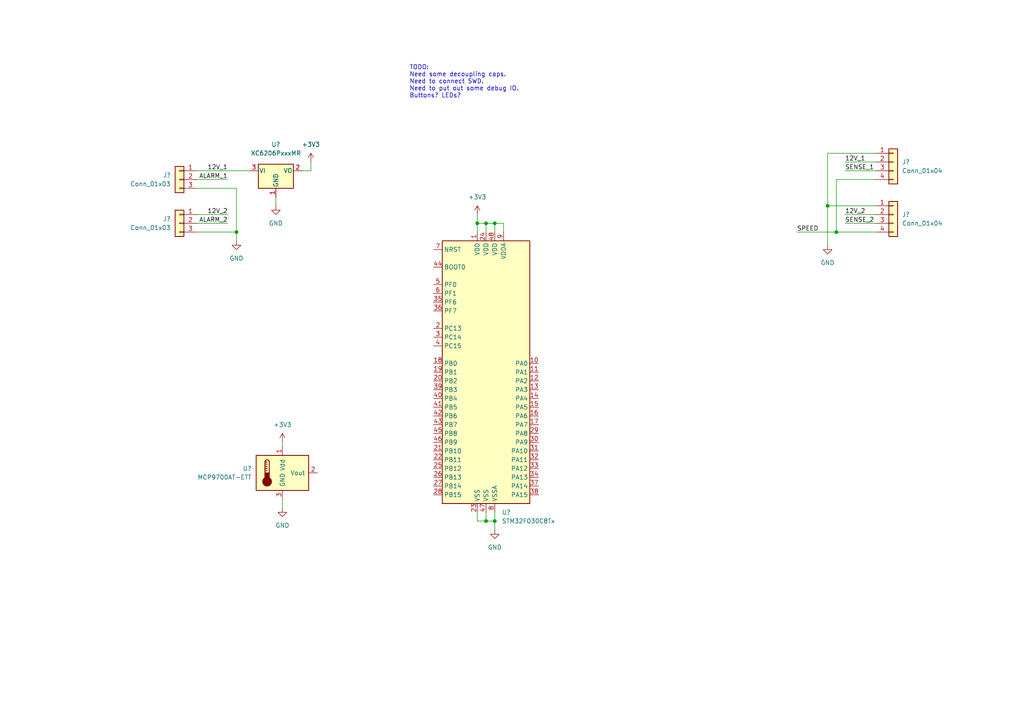
<source format=kicad_sch>
(kicad_sch (version 20211123) (generator eeschema)
  (paper "A4")
  (lib_symbols
    (symbol "Connector_Generic:Conn_01x03" (pin_names (offset 1.016) hide)
      (property "Reference" "J" (at 0 5.08 0))
      (property "Value" "Conn_01x03" (at 0 -5.08 0))
      (symbol "Conn_01x03_1_1"
        (rectangle (start -1.27 -2.413) (end 0 -2.667) (stroke (width 0.1524)))
        (rectangle (start -1.27 0.127) (end 0 -0.127) (stroke (width 0.1524)))
        (rectangle (start -1.27 2.667) (end 0 2.413) (stroke (width 0.1524)))
        (rectangle (start -1.27 3.81) (end 1.27 -3.81) (stroke (width 0.254)) (fill (type background)))
        (pin passive line (at -5.08 2.54 0) (length 3.81) (name "Pin_1") (number "1"))
        (pin passive line (at -5.08 0 0) (length 3.81) (name "Pin_2") (number "2"))
        (pin passive line (at -5.08 -2.54 0) (length 3.81) (name "Pin_3") (number "3"))
      )
    )
    (symbol "Connector_Generic:Conn_01x04" (pin_names (offset 1.016) hide)
      (property "Reference" "J" (at 0 5.08 0))
      (property "Value" "Conn_01x04" (at 0 -7.62 0))
      (symbol "Conn_01x04_1_1"
        (rectangle (start -1.27 -4.953) (end 0 -5.207) (stroke (width 0.1524)))
        (rectangle (start -1.27 -2.413) (end 0 -2.667) (stroke (width 0.1524)))
        (rectangle (start -1.27 0.127) (end 0 -0.127) (stroke (width 0.1524)))
        (rectangle (start -1.27 2.667) (end 0 2.413) (stroke (width 0.1524)))
        (rectangle (start -1.27 3.81) (end 1.27 -6.35) (stroke (width 0.254)) (fill (type background)))
        (pin passive line (at -5.08 2.54 0) (length 3.81) (name "Pin_1") (number "1"))
        (pin passive line (at -5.08 0 0) (length 3.81) (name "Pin_2") (number "2"))
        (pin passive line (at -5.08 -2.54 0) (length 3.81) (name "Pin_3") (number "3"))
        (pin passive line (at -5.08 -5.08 0) (length 3.81) (name "Pin_4") (number "4"))
      )
    )
    (symbol "MCU_ST_STM32F0:STM32F030C8Tx"
      (property "Reference" "U" (at -12.7 39.37 0))
      (property "Value" "STM32F030C8Tx" (at 7.62 39.37 0))
      (symbol "STM32F030C8Tx_0_1"
        (rectangle (start -12.7 -38.1) (end 12.7 38.1) (stroke (width 0.254)) (fill (type background)))
      )
      (symbol "STM32F030C8Tx_1_1"
        (pin power_in line (at -2.54 40.64 270) (length 2.54) (name "VDD") (number "1"))
        (pin bidirectional line (at 15.24 2.54 180) (length 2.54) (name "PA0") (number "10"))
        (pin bidirectional line (at 15.24 0 180) (length 2.54) (name "PA1") (number "11"))
        (pin bidirectional line (at 15.24 -2.54 180) (length 2.54) (name "PA2") (number "12"))
        (pin bidirectional line (at 15.24 -5.08 180) (length 2.54) (name "PA3") (number "13"))
        (pin bidirectional line (at 15.24 -7.62 180) (length 2.54) (name "PA4") (number "14"))
        (pin bidirectional line (at 15.24 -10.16 180) (length 2.54) (name "PA5") (number "15"))
        (pin bidirectional line (at 15.24 -12.7 180) (length 2.54) (name "PA6") (number "16"))
        (pin bidirectional line (at 15.24 -15.24 180) (length 2.54) (name "PA7") (number "17"))
        (pin bidirectional line (at -15.24 2.54 0) (length 2.54) (name "PB0") (number "18"))
        (pin bidirectional line (at -15.24 0 0) (length 2.54) (name "PB1") (number "19"))
        (pin bidirectional line (at -15.24 12.7 0) (length 2.54) (name "PC13") (number "2"))
        (pin bidirectional line (at -15.24 -2.54 0) (length 2.54) (name "PB2") (number "20"))
        (pin bidirectional line (at -15.24 -22.86 0) (length 2.54) (name "PB10") (number "21"))
        (pin bidirectional line (at -15.24 -25.4 0) (length 2.54) (name "PB11") (number "22"))
        (pin power_in line (at -2.54 -40.64 90) (length 2.54) (name "VSS") (number "23"))
        (pin power_in line (at 0 40.64 270) (length 2.54) (name "VDD") (number "24"))
        (pin bidirectional line (at -15.24 -27.94 0) (length 2.54) (name "PB12") (number "25"))
        (pin bidirectional line (at -15.24 -30.48 0) (length 2.54) (name "PB13") (number "26"))
        (pin bidirectional line (at -15.24 -33.02 0) (length 2.54) (name "PB14") (number "27"))
        (pin bidirectional line (at -15.24 -35.56 0) (length 2.54) (name "PB15") (number "28"))
        (pin bidirectional line (at 15.24 -17.78 180) (length 2.54) (name "PA8") (number "29"))
        (pin bidirectional line (at -15.24 10.16 0) (length 2.54) (name "PC14") (number "3"))
        (pin bidirectional line (at 15.24 -20.32 180) (length 2.54) (name "PA9") (number "30"))
        (pin bidirectional line (at 15.24 -22.86 180) (length 2.54) (name "PA10") (number "31"))
        (pin bidirectional line (at 15.24 -25.4 180) (length 2.54) (name "PA11") (number "32"))
        (pin bidirectional line (at 15.24 -27.94 180) (length 2.54) (name "PA12") (number "33"))
        (pin bidirectional line (at 15.24 -30.48 180) (length 2.54) (name "PA13") (number "34"))
        (pin bidirectional line (at -15.24 20.32 0) (length 2.54) (name "PF6") (number "35"))
        (pin bidirectional line (at -15.24 17.78 0) (length 2.54) (name "PF7") (number "36"))
        (pin bidirectional line (at 15.24 -33.02 180) (length 2.54) (name "PA14") (number "37"))
        (pin bidirectional line (at 15.24 -35.56 180) (length 2.54) (name "PA15") (number "38"))
        (pin bidirectional line (at -15.24 -5.08 0) (length 2.54) (name "PB3") (number "39"))
        (pin bidirectional line (at -15.24 7.62 0) (length 2.54) (name "PC15") (number "4"))
        (pin bidirectional line (at -15.24 -7.62 0) (length 2.54) (name "PB4") (number "40"))
        (pin bidirectional line (at -15.24 -10.16 0) (length 2.54) (name "PB5") (number "41"))
        (pin bidirectional line (at -15.24 -12.7 0) (length 2.54) (name "PB6") (number "42"))
        (pin bidirectional line (at -15.24 -15.24 0) (length 2.54) (name "PB7") (number "43"))
        (pin input line (at -15.24 30.48 0) (length 2.54) (name "BOOT0") (number "44"))
        (pin bidirectional line (at -15.24 -17.78 0) (length 2.54) (name "PB8") (number "45"))
        (pin bidirectional line (at -15.24 -20.32 0) (length 2.54) (name "PB9") (number "46"))
        (pin power_in line (at 0 -40.64 90) (length 2.54) (name "VSS") (number "47"))
        (pin power_in line (at 2.54 40.64 270) (length 2.54) (name "VDD") (number "48"))
        (pin input line (at -15.24 25.4 0) (length 2.54) (name "PF0") (number "5"))
        (pin input line (at -15.24 22.86 0) (length 2.54) (name "PF1") (number "6"))
        (pin input line (at -15.24 35.56 0) (length 2.54) (name "NRST") (number "7"))
        (pin power_in line (at 2.54 -40.64 90) (length 2.54) (name "VSSA") (number "8"))
        (pin power_in line (at 5.08 40.64 270) (length 2.54) (name "VDDA") (number "9"))
      )
    )
    (symbol "Regulator_Linear:XC6206PxxxMR" (pin_names (offset 0.254))
      (property "Reference" "U" (at -3.81 3.175 0))
      (property "Value" "XC6206PxxxMR" (at 0 3.175 0))
      (symbol "XC6206PxxxMR_0_1"
        (rectangle (start -5.08 1.905) (end 5.08 -5.08) (stroke (width 0.254)) (fill (type background)))
      )
      (symbol "XC6206PxxxMR_1_1"
        (pin power_in line (at 0 -7.62 90) (length 2.54) (name "GND") (number "1"))
        (pin power_out line (at 7.62 0 180) (length 2.54) (name "VO") (number "2"))
        (pin power_in line (at -7.62 0 0) (length 2.54) (name "VI") (number "3"))
      )
    )
    (symbol "Sensor_Temperature:MCP9700AT-ETT" (pin_names (offset 1.016))
      (property "Reference" "U" (at -6.35 6.35 0))
      (property "Value" "MCP9700AT-ETT" (at 1.27 6.35 0))
      (symbol "MCP9700AT-ETT_0_1"
        (rectangle (start -7.62 5.08) (end 7.62 -5.08) (stroke (width 0.254)) (fill (type background)))
        (circle (center -4.445 -2.54) (radius 1.27) (stroke (width 0.254)) (fill (type outline)))
        (rectangle (start -3.81 -1.905) (end -5.08 0) (stroke (width 0.254)) (fill (type outline)))
        (arc (start -3.81 3.175) (mid -4.445 3.81) (end -5.08 3.175) (stroke (width 0.254)))
        (polyline (pts (xy -5.08 0.635) (xy -4.445 0.635)) (stroke (width 0.254)))
        (polyline (pts (xy -5.08 1.27) (xy -4.445 1.27)) (stroke (width 0.254)))
        (polyline (pts (xy -5.08 1.905) (xy -4.445 1.905)) (stroke (width 0.254)))
        (polyline (pts (xy -5.08 2.54) (xy -4.445 2.54)) (stroke (width 0.254)))
        (polyline (pts (xy -5.08 3.175) (xy -5.08 0)) (stroke (width 0.254)))
        (polyline (pts (xy -5.08 3.175) (xy -4.445 3.175)) (stroke (width 0.254)))
        (polyline (pts (xy -3.81 3.175) (xy -3.81 0)) (stroke (width 0.254)))
      )
      (symbol "MCP9700AT-ETT_1_1"
        (pin power_in line (at 0 7.62 270) (length 2.54) (name "Vdd") (number "1"))
        (pin output line (at 10.16 0 180) (length 2.54) (name "Vout") (number "2"))
        (pin power_in line (at 0 -7.62 90) (length 2.54) (name "GND") (number "3"))
      )
    )
    (symbol "power:+3V3" (power) (pin_names (offset 0))
      (property "Value" "+3V3" (at 0 3.556 0))
      (symbol "+3V3_0_1"
        (polyline (pts (xy -0.762 1.27) (xy 0 2.54)))
        (polyline (pts (xy 0 0) (xy 0 2.54)))
        (polyline (pts (xy 0 2.54) (xy 0.762 1.27)))
      )
      (symbol "+3V3_1_1"
        (pin power_in line (at 0 0 90) (length 0) hide (name "+3V3") (number "1"))
      )
    )
    (symbol "power:GND" (power) (pin_names (offset 0))
      (property "Value" "GND" (at 0 -3.81 0))
      (symbol "GND_0_1"
        (polyline (pts (xy 0 0) (xy 0 -1.27) (xy 1.27 -1.27) (xy 0 -2.54) (xy -1.27 -1.27) (xy 0 -1.27)))
      )
      (symbol "GND_1_1"
        (pin power_in line (at 0 0 270) (length 0) hide (name "GND") (number "1"))
      )
    )
  )
  (junction (at 143.51 64.77))
  (junction (at 140.97 151.13))
  (junction (at 143.51 151.13))
  (junction (at 68.58 67.31))
  (junction (at 242.57 67.31))
  (junction (at 140.97 64.77))
  (junction (at 240.03 59.69))
  (junction (at 138.43 64.77))
  (wire (pts (xy 140.97 148.59) (xy 140.97 151.13)))
  (wire (pts (xy 245.11 62.23) (xy 254 62.23)))
  (wire (pts (xy 140.97 151.13) (xy 143.51 151.13)))
  (wire (pts (xy 57.15 49.53) (xy 72.39 49.53)))
  (wire (pts (xy 68.58 54.61) (xy 68.58 67.31)))
  (wire (pts (xy 68.58 67.31) (xy 68.58 69.85)))
  (wire (pts (xy 80.01 57.15) (xy 80.01 59.69)))
  (wire (pts (xy 57.15 54.61) (xy 68.58 54.61)))
  (wire (pts (xy 68.58 67.31) (xy 57.15 67.31)))
  (wire (pts (xy 143.51 151.13) (xy 143.51 153.67)))
  (wire (pts (xy 140.97 64.77) (xy 143.51 64.77)))
  (wire (pts (xy 143.51 151.13) (xy 143.51 148.59)))
  (wire (pts (xy 81.915 128.27) (xy 81.915 129.54)))
  (wire (pts (xy 90.17 46.99) (xy 90.17 49.53)))
  (wire (pts (xy 138.43 64.77) (xy 138.43 67.31)))
  (wire (pts (xy 143.51 64.77) (xy 143.51 67.31)))
  (wire (pts (xy 140.97 64.77) (xy 140.97 67.31)))
  (wire (pts (xy 242.57 67.31) (xy 254 67.31)))
  (wire (pts (xy 242.57 52.07) (xy 254 52.07)))
  (wire (pts (xy 240.03 59.69) (xy 240.03 71.12)))
  (wire (pts (xy 240.03 59.69) (xy 254 59.69)))
  (wire (pts (xy 245.11 64.77) (xy 254 64.77)))
  (wire (pts (xy 240.03 44.45) (xy 240.03 59.69)))
  (wire (pts (xy 231.14 67.31) (xy 242.57 67.31)))
  (wire (pts (xy 240.03 44.45) (xy 254 44.45)))
  (wire (pts (xy 138.43 151.13) (xy 140.97 151.13)))
  (wire (pts (xy 146.05 64.77) (xy 146.05 67.31)))
  (wire (pts (xy 57.15 64.77) (xy 66.04 64.77)))
  (wire (pts (xy 242.57 52.07) (xy 242.57 67.31)))
  (wire (pts (xy 143.51 64.77) (xy 146.05 64.77)))
  (wire (pts (xy 57.15 52.07) (xy 66.04 52.07)))
  (wire (pts (xy 87.63 49.53) (xy 90.17 49.53)))
  (wire (pts (xy 57.15 62.23) (xy 66.04 62.23)))
  (wire (pts (xy 138.43 62.23) (xy 138.43 64.77)))
  (wire (pts (xy 245.11 46.99) (xy 254 46.99)))
  (wire (pts (xy 138.43 64.77) (xy 140.97 64.77)))
  (wire (pts (xy 245.11 49.53) (xy 254 49.53)))
  (wire (pts (xy 81.915 144.78) (xy 81.915 147.32)))
  (wire (pts (xy 138.43 148.59) (xy 138.43 151.13)))
  (text "TODO:\nNeed some decoupling caps.\nNeed to connect SWD.\nNeed to put out some debug IO.\nButtons? LEDs?" (at 118.745 28.575 0) (effects (font (size 1.27 1.27)) (justify left bottom)))
  (label "SPEED" (at 231.14 67.31 0))
  (label "12V_1" (at 245.11 46.99 0))
  (label "12V_2" (at 245.11 62.23 0))
  (label "12V_2" (at 66.04 62.23 180))
  (label "SENSE_1" (at 245.11 49.53 0))
  (label "ALARM_2" (at 66.04 64.77 180))
  (label "ALARM_1" (at 66.04 52.07 180))
  (label "12V_1" (at 66.04 49.53 180))
  (label "SENSE_2" (at 245.11 64.77 0))
  (symbol (lib_id "Connector_Generic:Conn_01x04") (at 259.08 62.23 0) (unit 1)
    (property "Reference" "J?" (at 261.62 62.2299 0) (effects (justify left)))
    (property "Value" "Conn_01x04" (at 261.62 64.7699 0) (effects (justify left)))
  )
  (symbol (lib_id "power:+3V3") (at 81.915 128.27 0) (unit 1)
    (property "Reference" "#PWR?" (effects hide))
    (property "Value" "+3V3" (at 81.915 123.19 0))
  )
  (symbol (lib_id "Connector_Generic:Conn_01x03") (at 52.07 64.77 0) (mirror y) (unit 1)
    (property "Reference" "J?" (at 49.53 63.4999 0) (effects (justify left)))
    (property "Value" "Conn_01x03" (at 49.53 66.0399 0) (effects (justify left)))
  )
  (symbol (lib_id "power:GND") (at 81.915 147.32 0) (unit 1)
    (property "Reference" "#PWR?" (effects hide))
    (property "Value" "GND" (at 81.915 152.4 0))
  )
  (symbol (lib_id "power:GND") (at 143.51 153.67 0) (unit 1)
    (property "Reference" "#PWR?" (effects hide))
    (property "Value" "GND" (at 143.51 158.75 0))
  )
  (symbol (lib_id "power:GND") (at 240.03 71.12 0) (unit 1)
    (property "Reference" "#PWR?" (effects hide))
    (property "Value" "GND" (at 240.03 76.2 0))
  )
  (symbol (lib_id "Regulator_Linear:XC6206PxxxMR") (at 80.01 49.53 0) (unit 1)
    (property "Reference" "U?" (at 80.01 41.91 0))
    (property "Value" "XC6206PxxxMR" (at 80.01 44.45 0))
    (property "Footprint" "Package_TO_SOT_SMD:SOT-23" (effects hide))
    (property "Datasheet" "https://www.torexsemi.com/file/xc6206/XC6206.pdf" (effects hide))
  )
  (symbol (lib_id "power:GND") (at 80.01 59.69 0) (unit 1)
    (property "Reference" "#PWR?" (effects hide))
    (property "Value" "GND" (at 80.01 64.77 0))
  )
  (symbol (lib_id "MCU_ST_STM32F0:STM32F030C8Tx") (at 140.97 107.95 0) (unit 1)
    (property "Reference" "U?" (at 145.5294 148.59 0) (effects (justify left)))
    (property "Value" "STM32F030C8Tx" (at 145.5294 151.13 0) (effects (justify left)))
    (property "Footprint" "Package_QFP:LQFP-48_7x7mm_P0.5mm" (effects hide))
    (property "Datasheet" "http://www.st.com/st-web-ui/static/active/en/resource/technical/document/datasheet/DM00088500.pdf" (effects hide))
  )
  (symbol (lib_id "Connector_Generic:Conn_01x04") (at 259.08 46.99 0) (unit 1)
    (property "Reference" "J?" (at 261.62 46.9899 0) (effects (justify left)))
    (property "Value" "Conn_01x04" (at 261.62 49.5299 0) (effects (justify left)))
  )
  (symbol (lib_id "Connector_Generic:Conn_01x03") (at 52.07 52.07 0) (mirror y) (unit 1)
    (property "Reference" "J?" (at 49.53 50.7999 0) (effects (justify left)))
    (property "Value" "Conn_01x03" (at 49.53 53.3399 0) (effects (justify left)))
  )
  (symbol (lib_id "power:+3V3") (at 138.43 62.23 0) (unit 1)
    (property "Reference" "#PWR?" (effects hide))
    (property "Value" "+3V3" (at 138.43 57.15 0))
  )
  (symbol (lib_id "power:+3V3") (at 90.17 46.99 0) (unit 1)
    (property "Reference" "#PWR?" (effects hide))
    (property "Value" "+3V3" (at 90.17 41.91 0))
  )
  (symbol (lib_id "power:GND") (at 68.58 69.85 0) (unit 1)
    (property "Reference" "#PWR?" (effects hide))
    (property "Value" "GND" (at 68.58 74.93 0))
  )
  (symbol (lib_id "Sensor_Temperature:MCP9700AT-ETT") (at 81.915 137.16 0) (unit 1)
    (property "Reference" "U?" (at 73.025 135.8899 0) (effects (justify right)))
    (property "Value" "MCP9700AT-ETT" (at 73.025 138.4299 0) (effects (justify right)))
    (property "Footprint" "Package_TO_SOT_SMD:SOT-23" (effects hide))
    (property "Datasheet" "http://ww1.microchip.com/downloads/en/DeviceDoc/21942e.pdf" (effects hide))
  )
)
</source>
